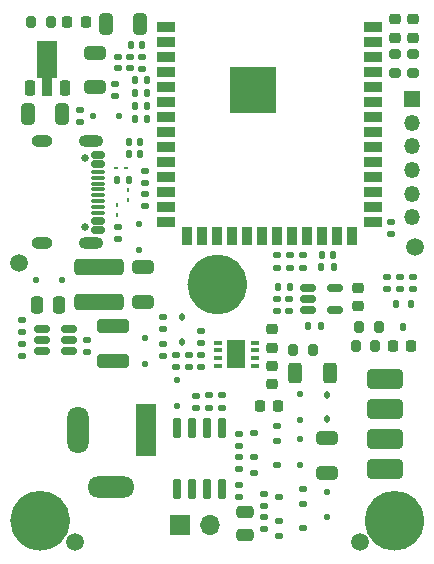
<source format=gbr>
%TF.GenerationSoftware,KiCad,Pcbnew,9.0.3-9.0.3-0~ubuntu24.04.1*%
%TF.CreationDate,2025-08-08T20:57:39+02:00*%
%TF.ProjectId,MCM-LIN,4d434d2d-4c49-44e2-9e6b-696361645f70,rev?*%
%TF.SameCoordinates,Original*%
%TF.FileFunction,Soldermask,Top*%
%TF.FilePolarity,Negative*%
%FSLAX46Y46*%
G04 Gerber Fmt 4.6, Leading zero omitted, Abs format (unit mm)*
G04 Created by KiCad (PCBNEW 9.0.3-9.0.3-0~ubuntu24.04.1) date 2025-08-08 20:57:39*
%MOMM*%
%LPD*%
G01*
G04 APERTURE LIST*
G04 Aperture macros list*
%AMRoundRect*
0 Rectangle with rounded corners*
0 $1 Rounding radius*
0 $2 $3 $4 $5 $6 $7 $8 $9 X,Y pos of 4 corners*
0 Add a 4 corners polygon primitive as box body*
4,1,4,$2,$3,$4,$5,$6,$7,$8,$9,$2,$3,0*
0 Add four circle primitives for the rounded corners*
1,1,$1+$1,$2,$3*
1,1,$1+$1,$4,$5*
1,1,$1+$1,$6,$7*
1,1,$1+$1,$8,$9*
0 Add four rect primitives between the rounded corners*
20,1,$1+$1,$2,$3,$4,$5,0*
20,1,$1+$1,$4,$5,$6,$7,0*
20,1,$1+$1,$6,$7,$8,$9,0*
20,1,$1+$1,$8,$9,$2,$3,0*%
%AMFreePoly0*
4,1,9,3.862500,-0.866500,0.737500,-0.866500,0.737500,-0.450000,-0.737500,-0.450000,-0.737500,0.450000,0.737500,0.450000,0.737500,0.866500,3.862500,0.866500,3.862500,-0.866500,3.862500,-0.866500,$1*%
G04 Aperture macros list end*
%ADD10C,2.525000*%
%ADD11RoundRect,0.112500X0.112500X-0.187500X0.112500X0.187500X-0.112500X0.187500X-0.112500X-0.187500X0*%
%ADD12RoundRect,0.225000X0.225000X0.250000X-0.225000X0.250000X-0.225000X-0.250000X0.225000X-0.250000X0*%
%ADD13RoundRect,0.135000X0.185000X-0.135000X0.185000X0.135000X-0.185000X0.135000X-0.185000X-0.135000X0*%
%ADD14C,0.650000*%
%ADD15RoundRect,0.150000X-0.425000X0.150000X-0.425000X-0.150000X0.425000X-0.150000X0.425000X0.150000X0*%
%ADD16RoundRect,0.075000X-0.500000X0.075000X-0.500000X-0.075000X0.500000X-0.075000X0.500000X0.075000X0*%
%ADD17O,2.100000X1.000000*%
%ADD18O,1.800000X1.000000*%
%ADD19RoundRect,0.135000X0.135000X0.185000X-0.135000X0.185000X-0.135000X-0.185000X0.135000X-0.185000X0*%
%ADD20RoundRect,0.135000X-0.135000X-0.185000X0.135000X-0.185000X0.135000X0.185000X-0.135000X0.185000X0*%
%ADD21RoundRect,0.218750X-0.256250X0.218750X-0.256250X-0.218750X0.256250X-0.218750X0.256250X0.218750X0*%
%ADD22RoundRect,0.218750X0.218750X0.256250X-0.218750X0.256250X-0.218750X-0.256250X0.218750X-0.256250X0*%
%ADD23RoundRect,0.125000X-0.125000X-0.125000X0.125000X-0.125000X0.125000X0.125000X-0.125000X0.125000X0*%
%ADD24RoundRect,0.135000X-0.185000X0.135000X-0.185000X-0.135000X0.185000X-0.135000X0.185000X0.135000X0*%
%ADD25RoundRect,0.125000X-0.125000X0.125000X-0.125000X-0.125000X0.125000X-0.125000X0.125000X0.125000X0*%
%ADD26RoundRect,0.250000X0.650000X-0.325000X0.650000X0.325000X-0.650000X0.325000X-0.650000X-0.325000X0*%
%ADD27RoundRect,0.425000X1.125000X-0.425000X1.125000X0.425000X-1.125000X0.425000X-1.125000X-0.425000X0*%
%ADD28RoundRect,0.062500X0.062500X-0.117500X0.062500X0.117500X-0.062500X0.117500X-0.062500X-0.117500X0*%
%ADD29R,1.350000X1.350000*%
%ADD30O,1.350000X1.350000*%
%ADD31RoundRect,0.140000X-0.140000X-0.170000X0.140000X-0.170000X0.140000X0.170000X-0.140000X0.170000X0*%
%ADD32RoundRect,0.250000X-0.475000X0.250000X-0.475000X-0.250000X0.475000X-0.250000X0.475000X0.250000X0*%
%ADD33RoundRect,0.140000X0.170000X-0.140000X0.170000X0.140000X-0.170000X0.140000X-0.170000X-0.140000X0*%
%ADD34C,1.500000*%
%ADD35RoundRect,0.140000X0.140000X0.170000X-0.140000X0.170000X-0.140000X-0.170000X0.140000X-0.170000X0*%
%ADD36RoundRect,0.225000X0.225000X-0.425000X0.225000X0.425000X-0.225000X0.425000X-0.225000X-0.425000X0*%
%ADD37FreePoly0,90.000000*%
%ADD38RoundRect,0.200000X0.200000X0.275000X-0.200000X0.275000X-0.200000X-0.275000X0.200000X-0.275000X0*%
%ADD39R,1.500000X0.900000*%
%ADD40R,0.900000X1.500000*%
%ADD41R,4.000000X4.000000*%
%ADD42RoundRect,0.062500X-0.062500X0.117500X-0.062500X-0.117500X0.062500X-0.117500X0.062500X0.117500X0*%
%ADD43RoundRect,0.250000X0.325000X0.650000X-0.325000X0.650000X-0.325000X-0.650000X0.325000X-0.650000X0*%
%ADD44R,0.650000X0.350000*%
%ADD45R,1.550000X2.400000*%
%ADD46RoundRect,0.200000X-0.275000X0.200000X-0.275000X-0.200000X0.275000X-0.200000X0.275000X0.200000X0*%
%ADD47R,1.700000X1.700000*%
%ADD48O,1.700000X1.700000*%
%ADD49RoundRect,0.225000X-0.250000X0.225000X-0.250000X-0.225000X0.250000X-0.225000X0.250000X0.225000X0*%
%ADD50RoundRect,0.125000X0.125000X0.125000X-0.125000X0.125000X-0.125000X-0.125000X0.125000X-0.125000X0*%
%ADD51RoundRect,0.140000X-0.170000X0.140000X-0.170000X-0.140000X0.170000X-0.140000X0.170000X0.140000X0*%
%ADD52RoundRect,0.250000X-0.250000X-0.475000X0.250000X-0.475000X0.250000X0.475000X-0.250000X0.475000X0*%
%ADD53RoundRect,0.150000X-0.150000X0.725000X-0.150000X-0.725000X0.150000X-0.725000X0.150000X0.725000X0*%
%ADD54RoundRect,0.062500X0.117500X0.062500X-0.117500X0.062500X-0.117500X-0.062500X0.117500X-0.062500X0*%
%ADD55RoundRect,0.250000X-0.312500X-0.625000X0.312500X-0.625000X0.312500X0.625000X-0.312500X0.625000X0*%
%ADD56RoundRect,0.112500X0.112500X0.237500X-0.112500X0.237500X-0.112500X-0.237500X0.112500X-0.237500X0*%
%ADD57RoundRect,0.112500X-0.237500X0.112500X-0.237500X-0.112500X0.237500X-0.112500X0.237500X0.112500X0*%
%ADD58RoundRect,0.350000X1.750000X0.350000X-1.750000X0.350000X-1.750000X-0.350000X1.750000X-0.350000X0*%
%ADD59RoundRect,0.150000X-0.512500X-0.150000X0.512500X-0.150000X0.512500X0.150000X-0.512500X0.150000X0*%
%ADD60RoundRect,0.112500X0.237500X-0.112500X0.237500X0.112500X-0.237500X0.112500X-0.237500X-0.112500X0*%
%ADD61RoundRect,0.200000X-0.200000X-0.275000X0.200000X-0.275000X0.200000X0.275000X-0.200000X0.275000X0*%
%ADD62RoundRect,0.250000X-0.650000X0.325000X-0.650000X-0.325000X0.650000X-0.325000X0.650000X0.325000X0*%
%ADD63R,1.800000X4.400000*%
%ADD64O,1.800000X4.000000*%
%ADD65O,4.000000X1.800000*%
%ADD66RoundRect,0.225000X0.250000X-0.225000X0.250000X0.225000X-0.250000X0.225000X-0.250000X-0.225000X0*%
%ADD67RoundRect,0.250000X-1.100000X0.325000X-1.100000X-0.325000X1.100000X-0.325000X1.100000X0.325000X0*%
G04 APERTURE END LIST*
D10*
X63762500Y-88500000D02*
G75*
G02*
X61237500Y-88500000I-1262500J0D01*
G01*
X61237500Y-88500000D02*
G75*
G02*
X63762500Y-88500000I1262500J0D01*
G01*
X78762500Y-68500000D02*
G75*
G02*
X76237500Y-68500000I-1262500J0D01*
G01*
X76237500Y-68500000D02*
G75*
G02*
X78762500Y-68500000I1262500J0D01*
G01*
X93762500Y-88500000D02*
G75*
G02*
X91237500Y-88500000I-1262500J0D01*
G01*
X91237500Y-88500000D02*
G75*
G02*
X93762500Y-88500000I1262500J0D01*
G01*
D11*
%TO.C,D4*%
X74500000Y-73375000D03*
X74500000Y-71275000D03*
%TD*%
D12*
%TO.C,C25*%
X82650000Y-78750000D03*
X81100000Y-78750000D03*
%TD*%
D13*
%TO.C,R4*%
X60921200Y-72483200D03*
X60921200Y-71463200D03*
%TD*%
D14*
%TO.C,J1*%
X66305000Y-57810000D03*
X66305000Y-63590000D03*
D15*
X67380000Y-57500000D03*
X67380000Y-58300000D03*
D16*
X67380000Y-59450000D03*
X67380000Y-60450000D03*
X67380000Y-60950000D03*
X67380000Y-61950000D03*
D15*
X67380000Y-63100000D03*
X67380000Y-63900000D03*
X67380000Y-63900000D03*
X67380000Y-63100000D03*
D16*
X67380000Y-62450000D03*
X67380000Y-61450000D03*
X67380000Y-59950000D03*
X67380000Y-58950000D03*
D15*
X67380000Y-58300000D03*
X67380000Y-57500000D03*
D17*
X66805000Y-56380000D03*
D18*
X62625000Y-56380000D03*
D17*
X66805000Y-65020000D03*
D18*
X62625000Y-65020000D03*
%TD*%
D19*
%TO.C,R35*%
X87335000Y-67050000D03*
X86315000Y-67050000D03*
%TD*%
D20*
%TO.C,R41*%
X68965000Y-59625000D03*
X69985000Y-59625000D03*
%TD*%
D21*
%TO.C,D10*%
X92573600Y-46012500D03*
X92573600Y-47587500D03*
%TD*%
D22*
%TO.C,D1*%
X66360900Y-46293000D03*
X64785900Y-46293000D03*
%TD*%
D23*
%TO.C,D8*%
X66937200Y-54243200D03*
X69137200Y-54243200D03*
%TD*%
D13*
%TO.C,R24*%
X72925000Y-74585000D03*
X72925000Y-73565000D03*
%TD*%
D24*
%TO.C,R27*%
X71364600Y-60819800D03*
X71364600Y-61839800D03*
%TD*%
D25*
%TO.C,D15*%
X84500000Y-77775000D03*
X84500000Y-79975000D03*
%TD*%
D26*
%TO.C,C26*%
X86775000Y-84475000D03*
X86775000Y-81525000D03*
%TD*%
D27*
%TO.C,J4*%
X91700000Y-76500000D03*
X91700000Y-79040000D03*
X91700000Y-81580000D03*
X91700000Y-84120000D03*
%TD*%
D25*
%TO.C,D9*%
X71350000Y-73050000D03*
X71350000Y-75250000D03*
%TD*%
D13*
%TO.C,R28*%
X79325000Y-84135000D03*
X79325000Y-83115000D03*
%TD*%
D28*
%TO.C,D11*%
X69025000Y-61755000D03*
X69025000Y-62595000D03*
%TD*%
D29*
%TO.C,J3*%
X94000000Y-52800000D03*
D30*
X94000000Y-54800000D03*
X94000000Y-56800000D03*
X94000000Y-58800000D03*
X94000000Y-60800000D03*
X94000000Y-62800000D03*
%TD*%
D31*
%TO.C,C4*%
X69995600Y-56475000D03*
X70955600Y-56475000D03*
%TD*%
D11*
%TO.C,D14*%
X86775000Y-79925000D03*
X86775000Y-77825000D03*
%TD*%
D32*
%TO.C,C18*%
X79875000Y-87800000D03*
X79875000Y-89700000D03*
%TD*%
D20*
%TO.C,R29*%
X70540000Y-54500000D03*
X71560000Y-54500000D03*
%TD*%
D13*
%TO.C,R20*%
X91900000Y-68885000D03*
X91900000Y-67865000D03*
%TD*%
D24*
%TO.C,R13*%
X92167200Y-63182000D03*
X92167200Y-64202000D03*
%TD*%
D33*
%TO.C,C17*%
X69104000Y-50202000D03*
X69104000Y-49242000D03*
%TD*%
D20*
%TO.C,R15*%
X85215000Y-72025000D03*
X86235000Y-72025000D03*
%TD*%
D13*
%TO.C,R25*%
X72925000Y-72260000D03*
X72925000Y-71240000D03*
%TD*%
D34*
%TO.C,FID1*%
X60725000Y-66700000D03*
%TD*%
D25*
%TO.C,D17*%
X84500000Y-81575000D03*
X84500000Y-83775000D03*
%TD*%
D35*
%TO.C,C13*%
X71108000Y-48190000D03*
X70148000Y-48190000D03*
%TD*%
D36*
%TO.C,U1*%
X61609600Y-51875200D03*
D37*
X63109600Y-51787700D03*
D36*
X64609600Y-51875200D03*
%TD*%
D13*
%TO.C,R22*%
X76150000Y-75485000D03*
X76150000Y-74465000D03*
%TD*%
D38*
%TO.C,R1*%
X63375800Y-46300000D03*
X61725800Y-46300000D03*
%TD*%
D34*
%TO.C,FID2*%
X89550000Y-90275000D03*
%TD*%
D39*
%TO.C,U5*%
X73150000Y-46658000D03*
X73150000Y-47928000D03*
X73150000Y-49198000D03*
X73150000Y-50468000D03*
X73150000Y-51738000D03*
X73150000Y-53008000D03*
X73150000Y-54278000D03*
X73150000Y-55548000D03*
X73150000Y-56818000D03*
X73150000Y-58088000D03*
X73150000Y-59358000D03*
X73150000Y-60628000D03*
X73150000Y-61898000D03*
X73150000Y-63168000D03*
D40*
X74915000Y-64418000D03*
X76185000Y-64418000D03*
X77455000Y-64418000D03*
X78725000Y-64418000D03*
X79995000Y-64418000D03*
X81265000Y-64418000D03*
X82535000Y-64418000D03*
X83805000Y-64418000D03*
X85075000Y-64418000D03*
X86345000Y-64418000D03*
X87615000Y-64418000D03*
X88885000Y-64418000D03*
D39*
X90650000Y-63168000D03*
X90650000Y-61898000D03*
X90650000Y-60628000D03*
X90650000Y-59358000D03*
X90650000Y-58088000D03*
X90650000Y-56818000D03*
X90650000Y-55548000D03*
X90650000Y-54278000D03*
X90650000Y-53008000D03*
X90650000Y-51738000D03*
X90650000Y-50468000D03*
X90650000Y-49198000D03*
X90650000Y-47928000D03*
X90650000Y-46658000D03*
D41*
X80540000Y-52008000D03*
%TD*%
D24*
%TO.C,R11*%
X71136000Y-49212000D03*
X71136000Y-50232000D03*
%TD*%
D25*
%TO.C,D5*%
X74051800Y-76587975D03*
X74051800Y-78787975D03*
%TD*%
D38*
%TO.C,R38*%
X85575000Y-74025000D03*
X83925000Y-74025000D03*
%TD*%
D24*
%TO.C,R31*%
X82525000Y-69740000D03*
X82525000Y-70760000D03*
%TD*%
D42*
%TO.C,D12*%
X69950000Y-61370000D03*
X69950000Y-60530000D03*
%TD*%
D43*
%TO.C,C15*%
X70985400Y-46420000D03*
X68035400Y-46420000D03*
%TD*%
D44*
%TO.C,U7*%
X77568750Y-73425000D03*
X77568750Y-74075000D03*
X77568750Y-74725000D03*
X77568750Y-75375000D03*
X80668750Y-75375000D03*
X80668750Y-74725000D03*
X80668750Y-74075000D03*
X80668750Y-73425000D03*
D45*
X79118750Y-74400000D03*
%TD*%
D46*
%TO.C,R17*%
X94100000Y-48960000D03*
X94100000Y-50610000D03*
%TD*%
D24*
%TO.C,R10*%
X75075000Y-74465000D03*
X75075000Y-75485000D03*
%TD*%
D47*
%TO.C,J2*%
X74325000Y-88826573D03*
D48*
X76865000Y-88826573D03*
%TD*%
D24*
%TO.C,R33*%
X83650000Y-66040000D03*
X83650000Y-67060000D03*
%TD*%
%TO.C,R21*%
X79325000Y-85490000D03*
X79325000Y-86510000D03*
%TD*%
D49*
%TO.C,C22*%
X89425000Y-68800000D03*
X89425000Y-70350000D03*
%TD*%
D25*
%TO.C,D3*%
X70875000Y-63400000D03*
X70875000Y-65600000D03*
%TD*%
D24*
%TO.C,R32*%
X82550000Y-66040000D03*
X82550000Y-67060000D03*
%TD*%
%TO.C,R8*%
X76765000Y-77896573D03*
X76765000Y-78916573D03*
%TD*%
D50*
%TO.C,D2*%
X64375000Y-68150000D03*
X62175000Y-68150000D03*
%TD*%
D51*
%TO.C,C2*%
X68850000Y-51545000D03*
X68850000Y-52505000D03*
%TD*%
D31*
%TO.C,C11*%
X69995600Y-57491000D03*
X70955600Y-57491000D03*
%TD*%
D13*
%TO.C,R23*%
X76150000Y-73485000D03*
X76150000Y-72465000D03*
%TD*%
%TO.C,R5*%
X60921200Y-74583200D03*
X60921200Y-73563200D03*
%TD*%
D52*
%TO.C,C7*%
X62233700Y-70238200D03*
X64133700Y-70238200D03*
%TD*%
D53*
%TO.C,U4*%
X77872800Y-80667773D03*
X76602800Y-80667773D03*
X75332800Y-80667773D03*
X74062800Y-80667773D03*
X74062800Y-85817773D03*
X75332800Y-85817773D03*
X76602800Y-85817773D03*
X77872800Y-85817773D03*
%TD*%
D34*
%TO.C,FID3*%
X65450000Y-90275000D03*
%TD*%
D21*
%TO.C,D7*%
X94100000Y-46012500D03*
X94100000Y-47587500D03*
%TD*%
D24*
%TO.C,R7*%
X77865000Y-77896573D03*
X77865000Y-78916573D03*
%TD*%
D34*
%TO.C,FID4*%
X94275000Y-65300000D03*
%TD*%
D54*
%TO.C,D13*%
X68952500Y-58600000D03*
X69792500Y-58600000D03*
%TD*%
D13*
%TO.C,R9*%
X74000000Y-75485000D03*
X74000000Y-74465000D03*
%TD*%
D43*
%TO.C,C9*%
X64381400Y-54040000D03*
X61431400Y-54040000D03*
%TD*%
D26*
%TO.C,C3*%
X67122800Y-51806600D03*
X67122800Y-48856600D03*
%TD*%
D55*
%TO.C,R36*%
X84112500Y-75975000D03*
X87037500Y-75975000D03*
%TD*%
D51*
%TO.C,C6*%
X65852800Y-53763200D03*
X65852800Y-54723200D03*
%TD*%
D24*
%TO.C,R12*%
X75665000Y-77899073D03*
X75665000Y-78919073D03*
%TD*%
D19*
%TO.C,R6*%
X71560000Y-52300000D03*
X70540000Y-52300000D03*
%TD*%
D33*
%TO.C,C5*%
X94025000Y-68855000D03*
X94025000Y-67895000D03*
%TD*%
D24*
%TO.C,R34*%
X84750000Y-66040000D03*
X84750000Y-67060000D03*
%TD*%
D56*
%TO.C,Q1*%
X93897500Y-70125000D03*
X92597500Y-70125000D03*
X93247500Y-72125000D03*
%TD*%
D57*
%TO.C,Q5*%
X80575000Y-83125000D03*
X80575000Y-84425000D03*
X82575000Y-83775000D03*
%TD*%
D13*
%TO.C,R3*%
X81425000Y-89175000D03*
X81425000Y-88155000D03*
%TD*%
D46*
%TO.C,R19*%
X92573600Y-48960000D03*
X92573600Y-50610000D03*
%TD*%
D58*
%TO.C,L1*%
X67466300Y-69983700D03*
X67466300Y-66983700D03*
%TD*%
D35*
%TO.C,C12*%
X71530000Y-51225000D03*
X70570000Y-51225000D03*
%TD*%
D22*
%TO.C,D6*%
X93912500Y-73700000D03*
X92337500Y-73700000D03*
%TD*%
D57*
%TO.C,Q2*%
X82725000Y-88500000D03*
X82725000Y-89800000D03*
X84725000Y-89150000D03*
%TD*%
D13*
%TO.C,R2*%
X66475700Y-74235000D03*
X66475700Y-73215000D03*
%TD*%
D59*
%TO.C,U2*%
X62671200Y-72267000D03*
X62671200Y-73217000D03*
X62671200Y-74167000D03*
X64946200Y-74167000D03*
X64946200Y-73217000D03*
X64946200Y-72267000D03*
%TD*%
D60*
%TO.C,Q4*%
X84725000Y-87125000D03*
X84725000Y-85825000D03*
X82725000Y-86475000D03*
%TD*%
D25*
%TO.C,D16*%
X86775000Y-86025000D03*
X86775000Y-88225000D03*
%TD*%
D61*
%TO.C,R16*%
X89525000Y-72075000D03*
X91175000Y-72075000D03*
%TD*%
D59*
%TO.C,U8*%
X85212500Y-68775000D03*
X85212500Y-69725000D03*
X85212500Y-70675000D03*
X87487500Y-70675000D03*
X87487500Y-68775000D03*
%TD*%
D13*
%TO.C,R39*%
X79325000Y-82135000D03*
X79325000Y-81115000D03*
%TD*%
D62*
%TO.C,C10*%
X71174700Y-67018700D03*
X71174700Y-69968700D03*
%TD*%
D13*
%TO.C,R18*%
X92950000Y-68885000D03*
X92950000Y-67865000D03*
%TD*%
D31*
%TO.C,C8*%
X82675000Y-68730000D03*
X83635000Y-68730000D03*
%TD*%
D49*
%TO.C,C23*%
X82106250Y-75400000D03*
X82106250Y-76950000D03*
%TD*%
D20*
%TO.C,R37*%
X70540000Y-53375000D03*
X71560000Y-53375000D03*
%TD*%
D31*
%TO.C,C20*%
X86320000Y-66025000D03*
X87280000Y-66025000D03*
%TD*%
D24*
%TO.C,R42*%
X69050000Y-63665000D03*
X69050000Y-64685000D03*
%TD*%
%TO.C,R26*%
X71350000Y-58890000D03*
X71350000Y-59910000D03*
%TD*%
D13*
%TO.C,R30*%
X83600000Y-70760000D03*
X83600000Y-69740000D03*
%TD*%
D51*
%TO.C,C16*%
X70120000Y-49242000D03*
X70120000Y-50202000D03*
%TD*%
D60*
%TO.C,Q6*%
X82575000Y-81747500D03*
X82575000Y-80447500D03*
X80575000Y-81097500D03*
%TD*%
D63*
%TO.C,J10*%
X71500000Y-80850000D03*
D64*
X65700000Y-80850000D03*
D65*
X68500000Y-85650000D03*
%TD*%
D66*
%TO.C,C21*%
X82106250Y-73850000D03*
X82106250Y-72300000D03*
%TD*%
D38*
%TO.C,R14*%
X90850000Y-73700000D03*
X89200000Y-73700000D03*
%TD*%
D67*
%TO.C,C1*%
X68683700Y-72008700D03*
X68683700Y-74958700D03*
%TD*%
D13*
%TO.C,R40*%
X81425000Y-87235000D03*
X81425000Y-86215000D03*
%TD*%
M02*

</source>
